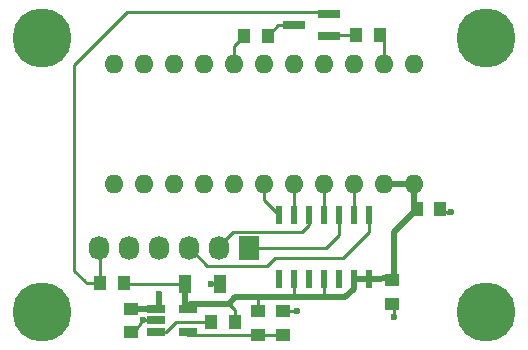
<source format=gtl>
G04 #@! TF.FileFunction,Copper,L1,Top,Signal*
%FSLAX46Y46*%
G04 Gerber Fmt 4.6, Leading zero omitted, Abs format (unit mm)*
G04 Created by KiCad (PCBNEW 4.0.5+dfsg1-4) date Tue Mar 13 15:03:46 2018*
%MOMM*%
%LPD*%
G01*
G04 APERTURE LIST*
%ADD10C,0.100000*%
%ADD11R,1.727200X2.032000*%
%ADD12O,1.727200X2.032000*%
%ADD13O,1.600000X1.600000*%
%ADD14R,1.900000X0.800000*%
%ADD15R,0.600000X1.500000*%
%ADD16C,5.000000*%
%ADD17R,1.250000X1.000000*%
%ADD18R,1.000000X1.250000*%
%ADD19R,1.000000X1.600000*%
%ADD20R,1.560000X0.650000*%
%ADD21C,0.600000*%
%ADD22C,0.250000*%
%ADD23C,0.508000*%
%ADD24C,0.254000*%
G04 APERTURE END LIST*
D10*
D11*
X128264880Y-94097760D03*
D12*
X125724880Y-94097760D03*
X123184880Y-94097760D03*
X120644880Y-94097760D03*
X118104880Y-94097760D03*
X115564880Y-94097760D03*
D13*
X142240000Y-88646000D03*
X139700000Y-88646000D03*
X137160000Y-88646000D03*
X134620000Y-88646000D03*
X132080000Y-88646000D03*
X129540000Y-88646000D03*
X127000000Y-88646000D03*
X124460000Y-88646000D03*
X121920000Y-88646000D03*
X119380000Y-88646000D03*
X116840000Y-88646000D03*
X116840000Y-78486000D03*
X119380000Y-78486000D03*
X121920000Y-78486000D03*
X124460000Y-78486000D03*
X127000000Y-78486000D03*
X129540000Y-78486000D03*
X132080000Y-78486000D03*
X134620000Y-78486000D03*
X137160000Y-78486000D03*
X139700000Y-78486000D03*
X142240000Y-78486000D03*
D14*
X135064880Y-76147760D03*
X135064880Y-74247760D03*
X132064880Y-75197760D03*
D15*
X138430000Y-91280000D03*
X137160000Y-91280000D03*
X135890000Y-91280000D03*
X134620000Y-91280000D03*
X133350000Y-91280000D03*
X132080000Y-91280000D03*
X130810000Y-91280000D03*
X130810000Y-96680000D03*
X132080000Y-96680000D03*
X133350000Y-96680000D03*
X134620000Y-96680000D03*
X135890000Y-96680000D03*
X137160000Y-96680000D03*
X138430000Y-96680000D03*
D16*
X110764880Y-76297760D03*
X148364880Y-76297760D03*
X110764880Y-99497760D03*
X148364880Y-99497760D03*
D17*
X118264880Y-99197760D03*
X118264880Y-101197760D03*
D18*
X127064880Y-100297760D03*
X125064880Y-100297760D03*
D19*
X122864880Y-97097760D03*
X125864880Y-97097760D03*
D17*
X140364880Y-96797760D03*
X140364880Y-98797760D03*
D18*
X144464880Y-90797760D03*
X142464880Y-90797760D03*
D17*
X131164880Y-101397760D03*
X131164880Y-99397760D03*
X129064880Y-99397760D03*
X129064880Y-101397760D03*
D18*
X115664880Y-96997760D03*
X117664880Y-96997760D03*
X137379200Y-76047600D03*
X139379200Y-76047600D03*
X129864880Y-76097760D03*
X127864880Y-76097760D03*
D20*
X120414880Y-99247760D03*
X120414880Y-100197760D03*
X120414880Y-101147760D03*
X123114880Y-101147760D03*
X123114880Y-99247760D03*
D21*
X119264880Y-100197760D03*
X125064880Y-97097760D03*
X132364880Y-99397760D03*
X140564880Y-99897760D03*
X145364880Y-90997760D03*
X120664880Y-97997760D03*
D22*
X127064880Y-100297760D02*
X127064880Y-99297760D01*
X127064880Y-99297760D02*
X126564880Y-98797760D01*
X122864880Y-97097760D02*
X117764880Y-97097760D01*
X117764880Y-97097760D02*
X117664880Y-96997760D01*
D23*
X122864880Y-97097760D02*
X122864880Y-99247760D01*
D22*
X129064880Y-99397760D02*
X129064880Y-98247200D01*
X129064880Y-98247200D02*
X129064880Y-98297760D01*
X129064880Y-98297760D02*
X129064880Y-98247200D01*
X128264880Y-98247200D02*
X128264880Y-98297760D01*
X128264880Y-98297760D02*
X128264880Y-98247200D01*
D23*
X131964880Y-98247200D02*
X129064880Y-98247200D01*
X129064880Y-98247200D02*
X128264880Y-98247200D01*
X128264880Y-98247200D02*
X127115440Y-98247200D01*
X123314880Y-98797760D02*
X122864880Y-99247760D01*
X126564880Y-98797760D02*
X123314880Y-98797760D01*
X127115440Y-98247200D02*
X126564880Y-98797760D01*
D24*
X134620000Y-96680000D02*
X134620000Y-98247200D01*
X134764880Y-98097760D02*
X134764880Y-98247200D01*
X134764880Y-98102320D02*
X134764880Y-98097760D01*
X134620000Y-98247200D02*
X134764880Y-98102320D01*
D23*
X131964880Y-98247200D02*
X134764880Y-98247200D01*
X134764880Y-98247200D02*
X136415440Y-98247200D01*
X137160000Y-97502640D02*
X137160000Y-96680000D01*
X136415440Y-98247200D02*
X137160000Y-97502640D01*
X140564880Y-96647760D02*
X140564880Y-92728720D01*
X140564880Y-92728720D02*
X142260000Y-91033600D01*
X132080000Y-98247200D02*
X131964880Y-98247200D01*
D22*
X132080000Y-96680000D02*
X132080000Y-98247200D01*
D23*
X137160000Y-96680000D02*
X138430000Y-96680000D01*
X138430000Y-96680000D02*
X140557280Y-96640160D01*
D22*
X140557280Y-96640160D02*
X140564880Y-96647760D01*
D23*
X142260000Y-91033600D02*
X142260000Y-88666000D01*
D22*
X142260000Y-88666000D02*
X142240000Y-88646000D01*
D23*
X139700000Y-88646000D02*
X142240000Y-88646000D01*
D22*
X124764880Y-100297760D02*
X122064880Y-100297760D01*
X121214880Y-101147760D02*
X120414880Y-101147760D01*
X122064880Y-100297760D02*
X121214880Y-101147760D01*
X121114880Y-101147760D02*
X120664880Y-101147760D01*
X127000000Y-78486000D02*
X127000000Y-76962640D01*
X127000000Y-76962640D02*
X127864880Y-76097760D01*
X118264880Y-101197760D02*
X118564880Y-101197760D01*
X118564880Y-101197760D02*
X119264880Y-100197760D01*
X120664880Y-100197760D02*
X119264880Y-100197760D01*
X125864880Y-97097760D02*
X125064880Y-97097760D01*
X131164880Y-99397760D02*
X132364880Y-99397760D01*
X116564880Y-88921120D02*
X116840000Y-88646000D01*
X140564880Y-99147760D02*
X140539480Y-99923160D01*
X140539480Y-99923160D02*
X140564880Y-99897760D01*
X144760000Y-91033600D02*
X145263280Y-91099360D01*
X145263280Y-91099360D02*
X145364880Y-90997760D01*
X129540000Y-88646000D02*
X129540000Y-90010000D01*
X129540000Y-90010000D02*
X130810000Y-91280000D01*
X128264880Y-94097760D02*
X134764880Y-94097760D01*
X135890000Y-92972640D02*
X135890000Y-91280000D01*
X134764880Y-94097760D02*
X135890000Y-92972640D01*
X125724880Y-94097760D02*
X125724880Y-93937760D01*
X125724880Y-93937760D02*
X126964880Y-92697760D01*
X126964880Y-92697760D02*
X132764880Y-92697760D01*
X132764880Y-92697760D02*
X133350000Y-92112640D01*
X133350000Y-92112640D02*
X133350000Y-91280000D01*
X133350000Y-91280000D02*
X133350000Y-91897200D01*
X123184880Y-94097760D02*
X123264880Y-94097760D01*
X123264880Y-94097760D02*
X124764880Y-95597760D01*
X124764880Y-95597760D02*
X129764880Y-95597760D01*
X129764880Y-95597760D02*
X130464880Y-94897760D01*
X130464880Y-94897760D02*
X136264880Y-94897760D01*
X136264880Y-94897760D02*
X138430000Y-92732640D01*
X138430000Y-92732640D02*
X138430000Y-91280000D01*
D23*
X120664880Y-99247760D02*
X118314880Y-99247760D01*
X118314880Y-99247760D02*
X118264880Y-99197760D01*
X120664880Y-97997760D02*
X120664880Y-99247760D01*
D22*
X115664880Y-96997760D02*
X115664880Y-94197760D01*
X115664880Y-94197760D02*
X115564880Y-94097760D01*
X115664880Y-96997760D02*
X114464880Y-96997760D01*
X114464880Y-96997760D02*
X114364880Y-96897760D01*
D24*
X114364880Y-96897760D02*
X113464880Y-95997760D01*
X113464880Y-95997760D02*
X113464880Y-93997760D01*
D22*
X113464880Y-93997760D02*
X113464880Y-78597760D01*
X113464880Y-78597760D02*
X117964880Y-74097760D01*
X117964880Y-74097760D02*
X134928640Y-74111520D01*
X134928640Y-74111520D02*
X135064880Y-74247760D01*
X113486480Y-93976160D02*
X113464880Y-93997760D01*
X137029200Y-76047600D02*
X135151280Y-76061360D01*
X135151280Y-76061360D02*
X135064880Y-76147760D01*
X134673680Y-76061360D02*
X134658480Y-76046160D01*
X132064880Y-75197760D02*
X130764880Y-75197760D01*
X130764880Y-75197760D02*
X129864880Y-76097760D01*
X129064880Y-101397760D02*
X123114880Y-101397760D01*
X123114880Y-101397760D02*
X122864880Y-101147760D01*
X129064880Y-101397760D02*
X131164880Y-101397760D01*
X139729200Y-76047600D02*
X139729200Y-78456800D01*
X139729200Y-78456800D02*
X139700000Y-78486000D01*
X137160000Y-91280000D02*
X137160000Y-88646000D01*
X134620000Y-91280000D02*
X134620000Y-88646000D01*
X132080000Y-91280000D02*
X132080000Y-88646000D01*
M02*

</source>
